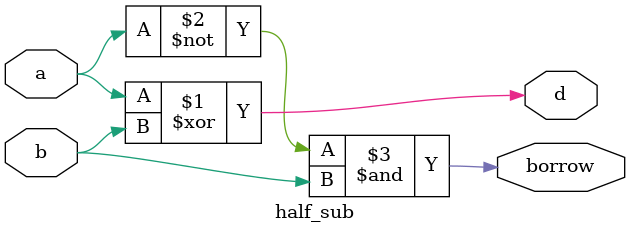
<source format=v>
module half_sub(
	input	a,
	input	b,

	output	d,	// Difference
	output	borrow	// Borrow
);

assign d = a ^ b;
assign borrow = ~a & b;

endmodule

</source>
